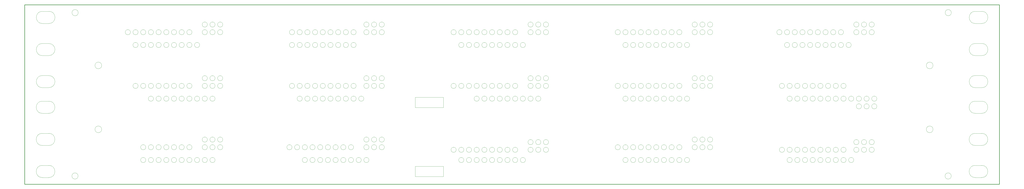
<source format=gbr>
%TF.GenerationSoftware,KiCad,Pcbnew,(6.0.11)*%
%TF.CreationDate,2023-07-11T13:36:56+02:00*%
%TF.ProjectId,T-DISPLAY-S3,542d4449-5350-44c4-9159-2d53332e6b69,1*%
%TF.SameCoordinates,Original*%
%TF.FileFunction,Profile,NP*%
%FSLAX46Y46*%
G04 Gerber Fmt 4.6, Leading zero omitted, Abs format (unit mm)*
G04 Created by KiCad (PCBNEW (6.0.11)) date 2023-07-11 13:36:56*
%MOMM*%
%LPD*%
G01*
G04 APERTURE LIST*
%TA.AperFunction,Profile*%
%ADD10C,0.100000*%
%TD*%
%TA.AperFunction,Profile*%
%ADD11C,0.250000*%
%TD*%
G04 APERTURE END LIST*
D10*
X520573000Y-251460000D02*
G75*
G03*
X520573000Y-251460000I-1655877J0D01*
G01*
X520573000Y-219710000D02*
G75*
G03*
X520573000Y-219710000I-1655877J0D01*
G01*
X108966000Y-219710000D02*
G75*
G03*
X108966000Y-219710000I-1655877J0D01*
G01*
X108970877Y-251460000D02*
G75*
G03*
X108970877Y-251460000I-1655877J0D01*
G01*
X264160000Y-269875000D02*
X278130000Y-269875000D01*
X278130000Y-269875000D02*
X278130000Y-274955000D01*
X278130000Y-274955000D02*
X264160000Y-274955000D01*
X264160000Y-274955000D02*
X264160000Y-269875000D01*
X264160000Y-235585000D02*
X278130000Y-235585000D01*
X278130000Y-235585000D02*
X278130000Y-240665000D01*
X278130000Y-240665000D02*
X264160000Y-240665000D01*
X264160000Y-240665000D02*
X264160000Y-235585000D01*
X284480000Y-261620000D02*
G75*
G03*
X284480000Y-261620000I-1270000J0D01*
G01*
X79543508Y-224746407D02*
G75*
G03*
X79615861Y-230745525I72342J-2999123D01*
G01*
X248920000Y-199390000D02*
G75*
G03*
X248920000Y-199390000I-1270000J0D01*
G01*
X457200000Y-203200000D02*
G75*
G03*
X457200000Y-203200000I-1270000J0D01*
G01*
X79543508Y-208820607D02*
G75*
G03*
X79615861Y-214819725I72342J-2999123D01*
G01*
X292100000Y-261620000D02*
G75*
G03*
X292100000Y-261620000I-1270000J0D01*
G01*
D11*
X553428312Y-189538000D02*
X553428312Y-234138000D01*
D10*
X138430000Y-209550000D02*
G75*
G03*
X138430000Y-209550000I-1270000J0D01*
G01*
X476250000Y-203200000D02*
G75*
G03*
X476250000Y-203200000I-1270000J0D01*
G01*
X295910000Y-203200000D02*
G75*
G03*
X295910000Y-203200000I-1270000J0D01*
G01*
X161290000Y-236220000D02*
G75*
G03*
X161290000Y-236220000I-1270000J0D01*
G01*
X229870000Y-266700000D02*
G75*
G03*
X229870000Y-266700000I-1270000J0D01*
G01*
X215900000Y-203200000D02*
G75*
G03*
X215900000Y-203200000I-1270000J0D01*
G01*
X377190000Y-236220000D02*
G75*
G03*
X377190000Y-236220000I-1270000J0D01*
G01*
X403860000Y-229870000D02*
G75*
G03*
X403860000Y-229870000I-1270000J0D01*
G01*
X207010000Y-260350000D02*
G75*
G03*
X207010000Y-260350000I-1270000J0D01*
G01*
X229870000Y-260350000D02*
G75*
G03*
X229870000Y-260350000I-1270000J0D01*
G01*
X458470000Y-266700000D02*
G75*
G03*
X458470000Y-266700000I-1270000J0D01*
G01*
X411480000Y-226060000D02*
G75*
G03*
X411480000Y-226060000I-1270000J0D01*
G01*
X245110000Y-229870000D02*
G75*
G03*
X245110000Y-229870000I-1270000J0D01*
G01*
X210820000Y-266700000D02*
G75*
G03*
X210820000Y-266700000I-1270000J0D01*
G01*
X299720000Y-203200000D02*
G75*
G03*
X299720000Y-203200000I-1270000J0D01*
G01*
X288290000Y-261620000D02*
G75*
G03*
X288290000Y-261620000I-1270000J0D01*
G01*
X248920000Y-203200000D02*
G75*
G03*
X248920000Y-203200000I-1270000J0D01*
G01*
X223520000Y-209550000D02*
G75*
G03*
X223520000Y-209550000I-1270000J0D01*
G01*
X311150000Y-203200000D02*
G75*
G03*
X311150000Y-203200000I-1270000J0D01*
G01*
X157480000Y-236220000D02*
G75*
G03*
X157480000Y-236220000I-1270000J0D01*
G01*
X226060000Y-260350000D02*
G75*
G03*
X226060000Y-260350000I-1270000J0D01*
G01*
X381000000Y-236220000D02*
G75*
G03*
X381000000Y-236220000I-1270000J0D01*
G01*
X466090000Y-261620000D02*
G75*
G03*
X466090000Y-261620000I-1270000J0D01*
G01*
X485140000Y-240030000D02*
G75*
G03*
X485140000Y-240030000I-1270000J0D01*
G01*
X212090000Y-203200000D02*
G75*
G03*
X212090000Y-203200000I-1270000J0D01*
G01*
X472440000Y-209550000D02*
G75*
G03*
X472440000Y-209550000I-1270000J0D01*
G01*
X288290000Y-266700000D02*
G75*
G03*
X288290000Y-266700000I-1270000J0D01*
G01*
X142240000Y-209550000D02*
G75*
G03*
X142240000Y-209550000I-1270000J0D01*
G01*
X245110000Y-203200000D02*
G75*
G03*
X245110000Y-203200000I-1270000J0D01*
G01*
X82851549Y-192851444D02*
X79543508Y-192852317D01*
X473710000Y-236220000D02*
G75*
G03*
X473710000Y-236220000I-1270000J0D01*
G01*
X369570000Y-229870000D02*
G75*
G03*
X369570000Y-229870000I-1270000J0D01*
G01*
X492760000Y-236220000D02*
G75*
G03*
X492760000Y-236220000I-1270000J0D01*
G01*
X292100000Y-266700000D02*
G75*
G03*
X292100000Y-266700000I-1270000J0D01*
G01*
X227330000Y-209550000D02*
G75*
G03*
X227330000Y-209550000I-1270000J0D01*
G01*
X288290000Y-203200000D02*
G75*
G03*
X288290000Y-203200000I-1270000J0D01*
G01*
X146050000Y-203200000D02*
G75*
G03*
X146050000Y-203200000I-1270000J0D01*
G01*
X226060000Y-266700000D02*
G75*
G03*
X226060000Y-266700000I-1270000J0D01*
G01*
X330200000Y-226060000D02*
G75*
G03*
X330200000Y-226060000I-1270000J0D01*
G01*
X326390000Y-226060000D02*
G75*
G03*
X326390000Y-226060000I-1270000J0D01*
G01*
X453390000Y-209550000D02*
G75*
G03*
X453390000Y-209550000I-1270000J0D01*
G01*
X326390000Y-257810000D02*
G75*
G03*
X326390000Y-257810000I-1270000J0D01*
G01*
X483870000Y-199390000D02*
G75*
G03*
X483870000Y-199390000I-1270000J0D01*
G01*
X314960000Y-229870000D02*
G75*
G03*
X314960000Y-229870000I-1270000J0D01*
G01*
X208280000Y-203200000D02*
G75*
G03*
X208280000Y-203200000I-1270000J0D01*
G01*
X314960000Y-203200000D02*
G75*
G03*
X314960000Y-203200000I-1270000J0D01*
G01*
X458470000Y-261620000D02*
G75*
G03*
X458470000Y-261620000I-1270000J0D01*
G01*
X326390000Y-261620000D02*
G75*
G03*
X326390000Y-261620000I-1270000J0D01*
G01*
X469900000Y-236220000D02*
G75*
G03*
X469900000Y-236220000I-1270000J0D01*
G01*
X488950000Y-236220000D02*
G75*
G03*
X488950000Y-236220000I-1270000J0D01*
G01*
X529634068Y-193496450D02*
G75*
G03*
X529634068Y-193496450I-1520519J0D01*
G01*
X82804000Y-237492719D02*
X79495959Y-237493592D01*
X218440000Y-260350000D02*
G75*
G03*
X218440000Y-260350000I-1270000J0D01*
G01*
X161290000Y-266700000D02*
G75*
G03*
X161290000Y-266700000I-1270000J0D01*
G01*
X388620000Y-266700000D02*
G75*
G03*
X388620000Y-266700000I-1270000J0D01*
G01*
X388620000Y-260350000D02*
G75*
G03*
X388620000Y-260350000I-1270000J0D01*
G01*
X311150000Y-229870000D02*
G75*
G03*
X311150000Y-229870000I-1270000J0D01*
G01*
X458470000Y-229870000D02*
G75*
G03*
X458470000Y-229870000I-1270000J0D01*
G01*
X79543508Y-192852309D02*
G75*
G03*
X79615861Y-198851444I72352J-2999131D01*
G01*
X403860000Y-260350000D02*
G75*
G03*
X403860000Y-260350000I-1270000J0D01*
G01*
X299720000Y-266700000D02*
G75*
G03*
X299720000Y-266700000I-1270000J0D01*
G01*
X473710000Y-229870000D02*
G75*
G03*
X473710000Y-229870000I-1270000J0D01*
G01*
X477520000Y-229870000D02*
G75*
G03*
X477520000Y-229870000I-1270000J0D01*
G01*
X222250000Y-266700000D02*
G75*
G03*
X222250000Y-266700000I-1270000J0D01*
G01*
X288290000Y-209550000D02*
G75*
G03*
X288290000Y-209550000I-1270000J0D01*
G01*
X381000000Y-229870000D02*
G75*
G03*
X381000000Y-229870000I-1270000J0D01*
G01*
X544677600Y-275386800D02*
G75*
G03*
X544677600Y-269386800I0J3000000D01*
G01*
X149860000Y-260350000D02*
G75*
G03*
X149860000Y-260350000I-1270000J0D01*
G01*
X473710000Y-266700000D02*
G75*
G03*
X473710000Y-266700000I-1270000J0D01*
G01*
X458470000Y-236220000D02*
G75*
G03*
X458470000Y-236220000I-1270000J0D01*
G01*
X130810000Y-266700000D02*
G75*
G03*
X130810000Y-266700000I-1270000J0D01*
G01*
X134620000Y-209550000D02*
G75*
G03*
X134620000Y-209550000I-1270000J0D01*
G01*
X153670000Y-266700000D02*
G75*
G03*
X153670000Y-266700000I-1270000J0D01*
G01*
X384810000Y-266700000D02*
G75*
G03*
X384810000Y-266700000I-1270000J0D01*
G01*
X165100000Y-199390000D02*
G75*
G03*
X165100000Y-199390000I-1270000J0D01*
G01*
X461010000Y-209550000D02*
G75*
G03*
X461010000Y-209550000I-1270000J0D01*
G01*
X541369559Y-269387672D02*
G75*
G03*
X541441912Y-275386800I72341J-2999128D01*
G01*
X215900000Y-209550000D02*
G75*
G03*
X215900000Y-209550000I-1270000J0D01*
G01*
X292100000Y-203200000D02*
G75*
G03*
X292100000Y-203200000I-1270000J0D01*
G01*
X449580000Y-209550000D02*
G75*
G03*
X449580000Y-209550000I-1270000J0D01*
G01*
X241300000Y-229870000D02*
G75*
G03*
X241300000Y-229870000I-1270000J0D01*
G01*
X295910000Y-229870000D02*
G75*
G03*
X295910000Y-229870000I-1270000J0D01*
G01*
X476250000Y-209550000D02*
G75*
G03*
X476250000Y-209550000I-1270000J0D01*
G01*
X248920000Y-226060000D02*
G75*
G03*
X248920000Y-226060000I-1270000J0D01*
G01*
X288290000Y-229870000D02*
G75*
G03*
X288290000Y-229870000I-1270000J0D01*
G01*
X373380000Y-266700000D02*
G75*
G03*
X373380000Y-266700000I-1270000J0D01*
G01*
X314960000Y-261620000D02*
G75*
G03*
X314960000Y-261620000I-1270000J0D01*
G01*
X208280000Y-236220000D02*
G75*
G03*
X208280000Y-236220000I-1270000J0D01*
G01*
X541489461Y-230745525D02*
X544725149Y-230745525D01*
X161290000Y-260350000D02*
G75*
G03*
X161290000Y-260350000I-1270000J0D01*
G01*
X381000000Y-209550000D02*
G75*
G03*
X381000000Y-209550000I-1270000J0D01*
G01*
X219710000Y-229870000D02*
G75*
G03*
X219710000Y-229870000I-1270000J0D01*
G01*
X483870000Y-203200000D02*
G75*
G03*
X483870000Y-203200000I-1270000J0D01*
G01*
X307340000Y-236220000D02*
G75*
G03*
X307340000Y-236220000I-1270000J0D01*
G01*
X130810000Y-260350000D02*
G75*
G03*
X130810000Y-260350000I-1270000J0D01*
G01*
X79615861Y-214819725D02*
X82851549Y-214819725D01*
X400050000Y-209550000D02*
G75*
G03*
X400050000Y-209550000I-1270000J0D01*
G01*
X82804000Y-253461000D02*
X79495959Y-253461873D01*
X541441912Y-243492719D02*
X544677600Y-243492719D01*
X311150000Y-236220000D02*
G75*
G03*
X311150000Y-236220000I-1270000J0D01*
G01*
X237490000Y-266700000D02*
G75*
G03*
X237490000Y-266700000I-1270000J0D01*
G01*
X468630000Y-203200000D02*
G75*
G03*
X468630000Y-203200000I-1270000J0D01*
G01*
X377190000Y-229870000D02*
G75*
G03*
X377190000Y-229870000I-1270000J0D01*
G01*
X369570000Y-209550000D02*
G75*
G03*
X369570000Y-209550000I-1270000J0D01*
G01*
X130810000Y-209550000D02*
G75*
G03*
X130810000Y-209550000I-1270000J0D01*
G01*
X149860000Y-203200000D02*
G75*
G03*
X149860000Y-203200000I-1270000J0D01*
G01*
X384810000Y-260350000D02*
G75*
G03*
X384810000Y-260350000I-1270000J0D01*
G01*
X322580000Y-236220000D02*
G75*
G03*
X322580000Y-236220000I-1270000J0D01*
G01*
X464820000Y-203200000D02*
G75*
G03*
X464820000Y-203200000I-1270000J0D01*
G01*
X392430000Y-260350000D02*
G75*
G03*
X392430000Y-260350000I-1270000J0D01*
G01*
X307340000Y-203200000D02*
G75*
G03*
X307340000Y-203200000I-1270000J0D01*
G01*
X466090000Y-266700000D02*
G75*
G03*
X466090000Y-266700000I-1270000J0D01*
G01*
X322580000Y-261620000D02*
G75*
G03*
X322580000Y-261620000I-1270000J0D01*
G01*
X322580000Y-229870000D02*
G75*
G03*
X322580000Y-229870000I-1270000J0D01*
G01*
X153670000Y-203200000D02*
G75*
G03*
X153670000Y-203200000I-1270000J0D01*
G01*
X483870000Y-257810000D02*
G75*
G03*
X483870000Y-257810000I-1270000J0D01*
G01*
X130810000Y-203200000D02*
G75*
G03*
X130810000Y-203200000I-1270000J0D01*
G01*
X130810000Y-229870000D02*
G75*
G03*
X130810000Y-229870000I-1270000J0D01*
G01*
X165100000Y-203200000D02*
G75*
G03*
X165100000Y-203200000I-1270000J0D01*
G01*
X204470000Y-209550000D02*
G75*
G03*
X204470000Y-209550000I-1270000J0D01*
G01*
X407670000Y-203200000D02*
G75*
G03*
X407670000Y-203200000I-1270000J0D01*
G01*
D11*
X70828312Y-278738000D02*
X70828312Y-234138000D01*
D10*
X212090000Y-229870000D02*
G75*
G03*
X212090000Y-229870000I-1270000J0D01*
G01*
X388620000Y-229870000D02*
G75*
G03*
X388620000Y-229870000I-1270000J0D01*
G01*
X541489461Y-198851444D02*
X544725149Y-198851444D01*
X303530000Y-236220000D02*
G75*
G03*
X303530000Y-236220000I-1270000J0D01*
G01*
X491490000Y-261620000D02*
G75*
G03*
X491490000Y-261620000I-1270000J0D01*
G01*
X303530000Y-261620000D02*
G75*
G03*
X303530000Y-261620000I-1270000J0D01*
G01*
X377190000Y-203200000D02*
G75*
G03*
X377190000Y-203200000I-1270000J0D01*
G01*
X473710000Y-261620000D02*
G75*
G03*
X473710000Y-261620000I-1270000J0D01*
G01*
X450850000Y-236220000D02*
G75*
G03*
X450850000Y-236220000I-1270000J0D01*
G01*
X392430000Y-266700000D02*
G75*
G03*
X392430000Y-266700000I-1270000J0D01*
G01*
X146050000Y-229870000D02*
G75*
G03*
X146050000Y-229870000I-1270000J0D01*
G01*
X544725149Y-224745525D02*
X541417108Y-224746398D01*
X142240000Y-236220000D02*
G75*
G03*
X142240000Y-236220000I-1270000J0D01*
G01*
X330200000Y-203200000D02*
G75*
G03*
X330200000Y-203200000I-1270000J0D01*
G01*
X488950000Y-240030000D02*
G75*
G03*
X488950000Y-240030000I-1270000J0D01*
G01*
X330200000Y-257810000D02*
G75*
G03*
X330200000Y-257810000I-1270000J0D01*
G01*
X314960000Y-236220000D02*
G75*
G03*
X314960000Y-236220000I-1270000J0D01*
G01*
X462280000Y-266700000D02*
G75*
G03*
X462280000Y-266700000I-1270000J0D01*
G01*
X373380000Y-203200000D02*
G75*
G03*
X373380000Y-203200000I-1270000J0D01*
G01*
X165100000Y-236220000D02*
G75*
G03*
X165100000Y-236220000I-1270000J0D01*
G01*
X462280000Y-261620000D02*
G75*
G03*
X462280000Y-261620000I-1270000J0D01*
G01*
X388620000Y-203200000D02*
G75*
G03*
X388620000Y-203200000I-1270000J0D01*
G01*
X381000000Y-266700000D02*
G75*
G03*
X381000000Y-266700000I-1270000J0D01*
G01*
X449580000Y-203200000D02*
G75*
G03*
X449580000Y-203200000I-1270000J0D01*
G01*
X161290000Y-229870000D02*
G75*
G03*
X161290000Y-229870000I-1270000J0D01*
G01*
X142240000Y-260350000D02*
G75*
G03*
X142240000Y-260350000I-1270000J0D01*
G01*
X541369558Y-237493553D02*
G75*
G03*
X541441912Y-243492719I72342J-2999147D01*
G01*
X222250000Y-260350000D02*
G75*
G03*
X222250000Y-260350000I-1270000J0D01*
G01*
X396240000Y-229870000D02*
G75*
G03*
X396240000Y-229870000I-1270000J0D01*
G01*
X234950000Y-209550000D02*
G75*
G03*
X234950000Y-209550000I-1270000J0D01*
G01*
X468630000Y-209550000D02*
G75*
G03*
X468630000Y-209550000I-1270000J0D01*
G01*
X215900000Y-236220000D02*
G75*
G03*
X215900000Y-236220000I-1270000J0D01*
G01*
X453390000Y-203200000D02*
G75*
G03*
X453390000Y-203200000I-1270000J0D01*
G01*
X82804000Y-259461000D02*
G75*
G03*
X82804000Y-253461000I0J3000000D01*
G01*
X322580000Y-226060000D02*
G75*
G03*
X322580000Y-226060000I-1270000J0D01*
G01*
X146050000Y-209550000D02*
G75*
G03*
X146050000Y-209550000I-1270000J0D01*
G01*
X245110000Y-199390000D02*
G75*
G03*
X245110000Y-199390000I-1270000J0D01*
G01*
X165100000Y-266700000D02*
G75*
G03*
X165100000Y-266700000I-1270000J0D01*
G01*
X487680000Y-199390000D02*
G75*
G03*
X487680000Y-199390000I-1270000J0D01*
G01*
X311150000Y-209550000D02*
G75*
G03*
X311150000Y-209550000I-1270000J0D01*
G01*
X544677600Y-269386800D02*
X541369559Y-269387673D01*
X318770000Y-266700000D02*
G75*
G03*
X318770000Y-266700000I-1270000J0D01*
G01*
X544725149Y-230745475D02*
G75*
G03*
X544725149Y-224745525I-49J2999975D01*
G01*
X469900000Y-266700000D02*
G75*
G03*
X469900000Y-266700000I-1270000J0D01*
G01*
X295910000Y-266700000D02*
G75*
G03*
X295910000Y-266700000I-1270000J0D01*
G01*
X233680000Y-266700000D02*
G75*
G03*
X233680000Y-266700000I-1270000J0D01*
G01*
X204470000Y-203200000D02*
G75*
G03*
X204470000Y-203200000I-1270000J0D01*
G01*
X245110000Y-226060000D02*
G75*
G03*
X245110000Y-226060000I-1270000J0D01*
G01*
X491490000Y-257810000D02*
G75*
G03*
X491490000Y-257810000I-1270000J0D01*
G01*
X299720000Y-209550000D02*
G75*
G03*
X299720000Y-209550000I-1270000J0D01*
G01*
X447040000Y-229870000D02*
G75*
G03*
X447040000Y-229870000I-1270000J0D01*
G01*
X208280000Y-229870000D02*
G75*
G03*
X208280000Y-229870000I-1270000J0D01*
G01*
X392430000Y-203200000D02*
G75*
G03*
X392430000Y-203200000I-1270000J0D01*
G01*
X153670000Y-260350000D02*
G75*
G03*
X153670000Y-260350000I-1270000J0D01*
G01*
X403860000Y-203200000D02*
G75*
G03*
X403860000Y-203200000I-1270000J0D01*
G01*
X149860000Y-229870000D02*
G75*
G03*
X149860000Y-229870000I-1270000J0D01*
G01*
X223520000Y-229870000D02*
G75*
G03*
X223520000Y-229870000I-1270000J0D01*
G01*
X97285252Y-274638275D02*
G75*
G03*
X97285252Y-274638275I-1527252J0D01*
G01*
X541369559Y-253461872D02*
G75*
G03*
X541441912Y-259461000I72341J-2999128D01*
G01*
X464820000Y-209550000D02*
G75*
G03*
X464820000Y-209550000I-1270000J0D01*
G01*
X79568312Y-275386800D02*
X82804000Y-275386800D01*
X212090000Y-236220000D02*
G75*
G03*
X212090000Y-236220000I-1270000J0D01*
G01*
X157480000Y-209550000D02*
G75*
G03*
X157480000Y-209550000I-1270000J0D01*
G01*
X307340000Y-261620000D02*
G75*
G03*
X307340000Y-261620000I-1270000J0D01*
G01*
X299720000Y-236220000D02*
G75*
G03*
X299720000Y-236220000I-1270000J0D01*
G01*
X79495959Y-253461872D02*
G75*
G03*
X79568312Y-259461000I72341J-2999128D01*
G01*
X161290000Y-203200000D02*
G75*
G03*
X161290000Y-203200000I-1270000J0D01*
G01*
X134620000Y-266700000D02*
G75*
G03*
X134620000Y-266700000I-1270000J0D01*
G01*
X326390000Y-229870000D02*
G75*
G03*
X326390000Y-229870000I-1270000J0D01*
G01*
X168910000Y-203200000D02*
G75*
G03*
X168910000Y-203200000I-1270000J0D01*
G01*
X450850000Y-229870000D02*
G75*
G03*
X450850000Y-229870000I-1270000J0D01*
G01*
X303530000Y-203200000D02*
G75*
G03*
X303530000Y-203200000I-1270000J0D01*
G01*
X396240000Y-266700000D02*
G75*
G03*
X396240000Y-266700000I-1270000J0D01*
G01*
X330200000Y-229870000D02*
G75*
G03*
X330200000Y-229870000I-1270000J0D01*
G01*
X447040000Y-261620000D02*
G75*
G03*
X447040000Y-261620000I-1270000J0D01*
G01*
X82851549Y-224745525D02*
X79543508Y-224746398D01*
X79495959Y-269387672D02*
G75*
G03*
X79568312Y-275386800I72341J-2999128D01*
G01*
X245110000Y-256540000D02*
G75*
G03*
X245110000Y-256540000I-1270000J0D01*
G01*
X82851549Y-214819735D02*
G75*
G03*
X82851549Y-208819725I1J3000005D01*
G01*
X233680000Y-260350000D02*
G75*
G03*
X233680000Y-260350000I-1270000J0D01*
G01*
X487680000Y-261620000D02*
G75*
G03*
X487680000Y-261620000I-1270000J0D01*
G01*
X457200000Y-209550000D02*
G75*
G03*
X457200000Y-209550000I-1270000J0D01*
G01*
X466090000Y-229870000D02*
G75*
G03*
X466090000Y-229870000I-1270000J0D01*
G01*
X79568312Y-259461000D02*
X82804000Y-259461000D01*
X322580000Y-257810000D02*
G75*
G03*
X322580000Y-257810000I-1270000J0D01*
G01*
X245110000Y-260350000D02*
G75*
G03*
X245110000Y-260350000I-1270000J0D01*
G01*
X377190000Y-260350000D02*
G75*
G03*
X377190000Y-260350000I-1270000J0D01*
G01*
X79615861Y-198851444D02*
X82851549Y-198851444D01*
X491490000Y-199390000D02*
G75*
G03*
X491490000Y-199390000I-1270000J0D01*
G01*
X208280000Y-209550000D02*
G75*
G03*
X208280000Y-209550000I-1270000J0D01*
G01*
X165100000Y-260350000D02*
G75*
G03*
X165100000Y-260350000I-1270000J0D01*
G01*
X149860000Y-266700000D02*
G75*
G03*
X149860000Y-266700000I-1270000J0D01*
G01*
X311150000Y-261620000D02*
G75*
G03*
X311150000Y-261620000I-1270000J0D01*
G01*
D11*
X553428312Y-278738000D02*
X70828312Y-278738000D01*
D10*
X214630000Y-260350000D02*
G75*
G03*
X214630000Y-260350000I-1270000J0D01*
G01*
X238760000Y-236220000D02*
G75*
G03*
X238760000Y-236220000I-1270000J0D01*
G01*
X407670000Y-260350000D02*
G75*
G03*
X407670000Y-260350000I-1270000J0D01*
G01*
X369570000Y-260350000D02*
G75*
G03*
X369570000Y-260350000I-1270000J0D01*
G01*
X480060000Y-209550000D02*
G75*
G03*
X480060000Y-209550000I-1270000J0D01*
G01*
X384810000Y-229870000D02*
G75*
G03*
X384810000Y-229870000I-1270000J0D01*
G01*
D11*
X70828312Y-234138000D02*
X70828312Y-189538000D01*
D10*
X330200000Y-199390000D02*
G75*
G03*
X330200000Y-199390000I-1270000J0D01*
G01*
X407670000Y-199390000D02*
G75*
G03*
X407670000Y-199390000I-1270000J0D01*
G01*
X218440000Y-266700000D02*
G75*
G03*
X218440000Y-266700000I-1270000J0D01*
G01*
X127000000Y-203200000D02*
G75*
G03*
X127000000Y-203200000I-1270000J0D01*
G01*
X82851549Y-208819725D02*
X79543508Y-208820598D01*
X127000000Y-229870000D02*
G75*
G03*
X127000000Y-229870000I-1270000J0D01*
G01*
X411480000Y-256540000D02*
G75*
G03*
X411480000Y-256540000I-1270000J0D01*
G01*
X168910000Y-229870000D02*
G75*
G03*
X168910000Y-229870000I-1270000J0D01*
G01*
X326390000Y-203200000D02*
G75*
G03*
X326390000Y-203200000I-1270000J0D01*
G01*
X303530000Y-229870000D02*
G75*
G03*
X303530000Y-229870000I-1270000J0D01*
G01*
X214630000Y-266700000D02*
G75*
G03*
X214630000Y-266700000I-1270000J0D01*
G01*
X161290000Y-226060000D02*
G75*
G03*
X161290000Y-226060000I-1270000J0D01*
G01*
X403860000Y-226060000D02*
G75*
G03*
X403860000Y-226060000I-1270000J0D01*
G01*
X284480000Y-229870000D02*
G75*
G03*
X284480000Y-229870000I-1270000J0D01*
G01*
X322580000Y-203200000D02*
G75*
G03*
X322580000Y-203200000I-1270000J0D01*
G01*
X241300000Y-199390000D02*
G75*
G03*
X241300000Y-199390000I-1270000J0D01*
G01*
X369570000Y-236220000D02*
G75*
G03*
X369570000Y-236220000I-1270000J0D01*
G01*
X295910000Y-261620000D02*
G75*
G03*
X295910000Y-261620000I-1270000J0D01*
G01*
X461010000Y-203200000D02*
G75*
G03*
X461010000Y-203200000I-1270000J0D01*
G01*
X318770000Y-209550000D02*
G75*
G03*
X318770000Y-209550000I-1270000J0D01*
G01*
X142240000Y-203200000D02*
G75*
G03*
X142240000Y-203200000I-1270000J0D01*
G01*
X241300000Y-256540000D02*
G75*
G03*
X241300000Y-256540000I-1270000J0D01*
G01*
X146050000Y-236220000D02*
G75*
G03*
X146050000Y-236220000I-1270000J0D01*
G01*
X381000000Y-203200000D02*
G75*
G03*
X381000000Y-203200000I-1270000J0D01*
G01*
X450850000Y-266700000D02*
G75*
G03*
X450850000Y-266700000I-1270000J0D01*
G01*
X284480000Y-203200000D02*
G75*
G03*
X284480000Y-203200000I-1270000J0D01*
G01*
X541441912Y-259461000D02*
X544677600Y-259461000D01*
X411480000Y-203200000D02*
G75*
G03*
X411480000Y-203200000I-1270000J0D01*
G01*
X311150000Y-266700000D02*
G75*
G03*
X311150000Y-266700000I-1270000J0D01*
G01*
X165100000Y-229870000D02*
G75*
G03*
X165100000Y-229870000I-1270000J0D01*
G01*
D11*
X553428312Y-234138000D02*
X553428312Y-278738000D01*
D10*
X541417107Y-224746346D02*
G75*
G03*
X541489461Y-230745525I72293J-2999154D01*
G01*
X153670000Y-209550000D02*
G75*
G03*
X153670000Y-209550000I-1270000J0D01*
G01*
X227330000Y-203200000D02*
G75*
G03*
X227330000Y-203200000I-1270000J0D01*
G01*
X149860000Y-236220000D02*
G75*
G03*
X149860000Y-236220000I-1270000J0D01*
G01*
X403860000Y-199390000D02*
G75*
G03*
X403860000Y-199390000I-1270000J0D01*
G01*
X161290000Y-256540000D02*
G75*
G03*
X161290000Y-256540000I-1270000J0D01*
G01*
X231140000Y-229870000D02*
G75*
G03*
X231140000Y-229870000I-1270000J0D01*
G01*
X491490000Y-203200000D02*
G75*
G03*
X491490000Y-203200000I-1270000J0D01*
G01*
X307340000Y-266700000D02*
G75*
G03*
X307340000Y-266700000I-1270000J0D01*
G01*
X153670000Y-236220000D02*
G75*
G03*
X153670000Y-236220000I-1270000J0D01*
G01*
X138430000Y-203200000D02*
G75*
G03*
X138430000Y-203200000I-1270000J0D01*
G01*
X365760000Y-229870000D02*
G75*
G03*
X365760000Y-229870000I-1270000J0D01*
G01*
X161290000Y-199390000D02*
G75*
G03*
X161290000Y-199390000I-1270000J0D01*
G01*
X168910000Y-226060000D02*
G75*
G03*
X168910000Y-226060000I-1270000J0D01*
G01*
X203200000Y-260350000D02*
G75*
G03*
X203200000Y-260350000I-1270000J0D01*
G01*
X299720000Y-229870000D02*
G75*
G03*
X299720000Y-229870000I-1270000J0D01*
G01*
X392430000Y-209550000D02*
G75*
G03*
X392430000Y-209550000I-1270000J0D01*
G01*
X483870000Y-261620000D02*
G75*
G03*
X483870000Y-261620000I-1270000J0D01*
G01*
X481330000Y-266700000D02*
G75*
G03*
X481330000Y-266700000I-1270000J0D01*
G01*
X384810000Y-236220000D02*
G75*
G03*
X384810000Y-236220000I-1270000J0D01*
G01*
X138430000Y-260350000D02*
G75*
G03*
X138430000Y-260350000I-1270000J0D01*
G01*
X314960000Y-209550000D02*
G75*
G03*
X314960000Y-209550000I-1270000J0D01*
G01*
X472440000Y-203200000D02*
G75*
G03*
X472440000Y-203200000I-1270000J0D01*
G01*
X388620000Y-209550000D02*
G75*
G03*
X388620000Y-209550000I-1270000J0D01*
G01*
X149860000Y-209550000D02*
G75*
G03*
X149860000Y-209550000I-1270000J0D01*
G01*
X219710000Y-209550000D02*
G75*
G03*
X219710000Y-209550000I-1270000J0D01*
G01*
X146050000Y-266700000D02*
G75*
G03*
X146050000Y-266700000I-1270000J0D01*
G01*
X303530000Y-209550000D02*
G75*
G03*
X303530000Y-209550000I-1270000J0D01*
G01*
X138430000Y-236220000D02*
G75*
G03*
X138430000Y-236220000I-1270000J0D01*
G01*
X295910000Y-209550000D02*
G75*
G03*
X295910000Y-209550000I-1270000J0D01*
G01*
X369570000Y-266700000D02*
G75*
G03*
X369570000Y-266700000I-1270000J0D01*
G01*
X487680000Y-257810000D02*
G75*
G03*
X487680000Y-257810000I-1270000J0D01*
G01*
X307340000Y-209550000D02*
G75*
G03*
X307340000Y-209550000I-1270000J0D01*
G01*
X377190000Y-266700000D02*
G75*
G03*
X377190000Y-266700000I-1270000J0D01*
G01*
X481330000Y-236220000D02*
G75*
G03*
X481330000Y-236220000I-1270000J0D01*
G01*
X544725149Y-208819725D02*
X541417108Y-208820598D01*
X384810000Y-203200000D02*
G75*
G03*
X384810000Y-203200000I-1270000J0D01*
G01*
X79495959Y-237493594D02*
G75*
G03*
X79568312Y-243492719I72351J-2999126D01*
G01*
X134620000Y-260350000D02*
G75*
G03*
X134620000Y-260350000I-1270000J0D01*
G01*
X454660000Y-261620000D02*
G75*
G03*
X454660000Y-261620000I-1270000J0D01*
G01*
X82804000Y-269386800D02*
X79495959Y-269387673D01*
X223520000Y-236220000D02*
G75*
G03*
X223520000Y-236220000I-1270000J0D01*
G01*
X541417106Y-192852227D02*
G75*
G03*
X541489461Y-198851444I72294J-2999173D01*
G01*
X168910000Y-260350000D02*
G75*
G03*
X168910000Y-260350000I-1270000J0D01*
G01*
X168910000Y-256540000D02*
G75*
G03*
X168910000Y-256540000I-1270000J0D01*
G01*
X322580000Y-199390000D02*
G75*
G03*
X322580000Y-199390000I-1270000J0D01*
G01*
X231140000Y-203200000D02*
G75*
G03*
X231140000Y-203200000I-1270000J0D01*
G01*
X231140000Y-209550000D02*
G75*
G03*
X231140000Y-209550000I-1270000J0D01*
G01*
X407670000Y-229870000D02*
G75*
G03*
X407670000Y-229870000I-1270000J0D01*
G01*
X204470000Y-229870000D02*
G75*
G03*
X204470000Y-229870000I-1270000J0D01*
G01*
X234950000Y-203200000D02*
G75*
G03*
X234950000Y-203200000I-1270000J0D01*
G01*
X411480000Y-229870000D02*
G75*
G03*
X411480000Y-229870000I-1270000J0D01*
G01*
X97350288Y-193496450D02*
G75*
G03*
X97350288Y-193496450I-1544739J0D01*
G01*
X544677600Y-259461000D02*
G75*
G03*
X544677600Y-253461000I0J3000000D01*
G01*
X450850000Y-261620000D02*
G75*
G03*
X450850000Y-261620000I-1270000J0D01*
G01*
X541441912Y-275386800D02*
X544677600Y-275386800D01*
X462280000Y-229870000D02*
G75*
G03*
X462280000Y-229870000I-1270000J0D01*
G01*
X544677600Y-243492681D02*
G75*
G03*
X544677600Y-237492719I0J2999981D01*
G01*
X396240000Y-209550000D02*
G75*
G03*
X396240000Y-209550000I-1270000J0D01*
G01*
X165100000Y-226060000D02*
G75*
G03*
X165100000Y-226060000I-1270000J0D01*
G01*
X142240000Y-229870000D02*
G75*
G03*
X142240000Y-229870000I-1270000J0D01*
G01*
X292100000Y-229870000D02*
G75*
G03*
X292100000Y-229870000I-1270000J0D01*
G01*
X541417107Y-208820546D02*
G75*
G03*
X541489461Y-214819725I72293J-2999154D01*
G01*
X223520000Y-203200000D02*
G75*
G03*
X223520000Y-203200000I-1270000J0D01*
G01*
X212090000Y-209550000D02*
G75*
G03*
X212090000Y-209550000I-1270000J0D01*
G01*
X400050000Y-236220000D02*
G75*
G03*
X400050000Y-236220000I-1270000J0D01*
G01*
X373380000Y-236220000D02*
G75*
G03*
X373380000Y-236220000I-1270000J0D01*
G01*
X365760000Y-260350000D02*
G75*
G03*
X365760000Y-260350000I-1270000J0D01*
G01*
X381000000Y-260350000D02*
G75*
G03*
X381000000Y-260350000I-1270000J0D01*
G01*
X241300000Y-266700000D02*
G75*
G03*
X241300000Y-266700000I-1270000J0D01*
G01*
X292100000Y-209550000D02*
G75*
G03*
X292100000Y-209550000I-1270000J0D01*
G01*
X82804000Y-243492681D02*
G75*
G03*
X82804000Y-237492719I0J2999981D01*
G01*
X369570000Y-203200000D02*
G75*
G03*
X369570000Y-203200000I-1270000J0D01*
G01*
X477520000Y-266700000D02*
G75*
G03*
X477520000Y-266700000I-1270000J0D01*
G01*
X384810000Y-209550000D02*
G75*
G03*
X384810000Y-209550000I-1270000J0D01*
G01*
X544677600Y-237492719D02*
X541369559Y-237493592D01*
X466090000Y-236220000D02*
G75*
G03*
X466090000Y-236220000I-1270000J0D01*
G01*
X142240000Y-266700000D02*
G75*
G03*
X142240000Y-266700000I-1270000J0D01*
G01*
X248920000Y-260350000D02*
G75*
G03*
X248920000Y-260350000I-1270000J0D01*
G01*
X487680000Y-203200000D02*
G75*
G03*
X487680000Y-203200000I-1270000J0D01*
G01*
X330200000Y-261620000D02*
G75*
G03*
X330200000Y-261620000I-1270000J0D01*
G01*
X373380000Y-229870000D02*
G75*
G03*
X373380000Y-229870000I-1270000J0D01*
G01*
X400050000Y-266700000D02*
G75*
G03*
X400050000Y-266700000I-1270000J0D01*
G01*
X241300000Y-203200000D02*
G75*
G03*
X241300000Y-203200000I-1270000J0D01*
G01*
X234950000Y-229870000D02*
G75*
G03*
X234950000Y-229870000I-1270000J0D01*
G01*
X411480000Y-260350000D02*
G75*
G03*
X411480000Y-260350000I-1270000J0D01*
G01*
X295910000Y-236220000D02*
G75*
G03*
X295910000Y-236220000I-1270000J0D01*
G01*
X241300000Y-260350000D02*
G75*
G03*
X241300000Y-260350000I-1270000J0D01*
G01*
X314960000Y-266700000D02*
G75*
G03*
X314960000Y-266700000I-1270000J0D01*
G01*
X248920000Y-229870000D02*
G75*
G03*
X248920000Y-229870000I-1270000J0D01*
G01*
X544725149Y-214819675D02*
G75*
G03*
X544725149Y-208819725I-49J2999975D01*
G01*
X544677600Y-253461000D02*
X541369559Y-253461873D01*
X234950000Y-236220000D02*
G75*
G03*
X234950000Y-236220000I-1270000J0D01*
G01*
X146050000Y-260350000D02*
G75*
G03*
X146050000Y-260350000I-1270000J0D01*
G01*
X318770000Y-236220000D02*
G75*
G03*
X318770000Y-236220000I-1270000J0D01*
G01*
X227330000Y-236220000D02*
G75*
G03*
X227330000Y-236220000I-1270000J0D01*
G01*
X377190000Y-209550000D02*
G75*
G03*
X377190000Y-209550000I-1270000J0D01*
G01*
X529590001Y-274638275D02*
G75*
G03*
X529590001Y-274638275I-1533395J0D01*
G01*
X219710000Y-236220000D02*
G75*
G03*
X219710000Y-236220000I-1270000J0D01*
G01*
X219710000Y-203200000D02*
G75*
G03*
X219710000Y-203200000I-1270000J0D01*
G01*
X407670000Y-256540000D02*
G75*
G03*
X407670000Y-256540000I-1270000J0D01*
G01*
X326390000Y-199390000D02*
G75*
G03*
X326390000Y-199390000I-1270000J0D01*
G01*
X138430000Y-266700000D02*
G75*
G03*
X138430000Y-266700000I-1270000J0D01*
G01*
X231140000Y-236220000D02*
G75*
G03*
X231140000Y-236220000I-1270000J0D01*
G01*
X79568312Y-243492719D02*
X82804000Y-243492719D01*
X396240000Y-236220000D02*
G75*
G03*
X396240000Y-236220000I-1270000J0D01*
G01*
X373380000Y-260350000D02*
G75*
G03*
X373380000Y-260350000I-1270000J0D01*
G01*
X127000000Y-209550000D02*
G75*
G03*
X127000000Y-209550000I-1270000J0D01*
G01*
X544725149Y-192851444D02*
X541417108Y-192852317D01*
X454660000Y-236220000D02*
G75*
G03*
X454660000Y-236220000I-1270000J0D01*
G01*
X82804000Y-275386800D02*
G75*
G03*
X82804000Y-269386800I0J3000000D01*
G01*
X392430000Y-229870000D02*
G75*
G03*
X392430000Y-229870000I-1270000J0D01*
G01*
X157480000Y-266700000D02*
G75*
G03*
X157480000Y-266700000I-1270000J0D01*
G01*
X134620000Y-203200000D02*
G75*
G03*
X134620000Y-203200000I-1270000J0D01*
G01*
X544725149Y-198851356D02*
G75*
G03*
X544725149Y-192851444I-49J2999956D01*
G01*
X153670000Y-229870000D02*
G75*
G03*
X153670000Y-229870000I-1270000J0D01*
G01*
X210820000Y-260350000D02*
G75*
G03*
X210820000Y-260350000I-1270000J0D01*
G01*
X165100000Y-256540000D02*
G75*
G03*
X165100000Y-256540000I-1270000J0D01*
G01*
X373380000Y-209550000D02*
G75*
G03*
X373380000Y-209550000I-1270000J0D01*
G01*
X454660000Y-266700000D02*
G75*
G03*
X454660000Y-266700000I-1270000J0D01*
G01*
X388620000Y-236220000D02*
G75*
G03*
X388620000Y-236220000I-1270000J0D01*
G01*
X462280000Y-236220000D02*
G75*
G03*
X462280000Y-236220000I-1270000J0D01*
G01*
X299720000Y-261620000D02*
G75*
G03*
X299720000Y-261620000I-1270000J0D01*
G01*
X396240000Y-203200000D02*
G75*
G03*
X396240000Y-203200000I-1270000J0D01*
G01*
X407670000Y-226060000D02*
G75*
G03*
X407670000Y-226060000I-1270000J0D01*
G01*
X123190000Y-203200000D02*
G75*
G03*
X123190000Y-203200000I-1270000J0D01*
G01*
X138430000Y-229870000D02*
G75*
G03*
X138430000Y-229870000I-1270000J0D01*
G01*
X215900000Y-229870000D02*
G75*
G03*
X215900000Y-229870000I-1270000J0D01*
G01*
X303530000Y-266700000D02*
G75*
G03*
X303530000Y-266700000I-1270000J0D01*
G01*
X477520000Y-261620000D02*
G75*
G03*
X477520000Y-261620000I-1270000J0D01*
G01*
X492760000Y-240030000D02*
G75*
G03*
X492760000Y-240030000I-1270000J0D01*
G01*
X469900000Y-261620000D02*
G75*
G03*
X469900000Y-261620000I-1270000J0D01*
G01*
D11*
X70828312Y-189538000D02*
X553428312Y-189538000D01*
D10*
X469900000Y-229870000D02*
G75*
G03*
X469900000Y-229870000I-1270000J0D01*
G01*
X411480000Y-199390000D02*
G75*
G03*
X411480000Y-199390000I-1270000J0D01*
G01*
X477520000Y-236220000D02*
G75*
G03*
X477520000Y-236220000I-1270000J0D01*
G01*
X79615861Y-230745525D02*
X82851549Y-230745525D01*
X445770000Y-203200000D02*
G75*
G03*
X445770000Y-203200000I-1270000J0D01*
G01*
X365760000Y-203200000D02*
G75*
G03*
X365760000Y-203200000I-1270000J0D01*
G01*
X241300000Y-226060000D02*
G75*
G03*
X241300000Y-226060000I-1270000J0D01*
G01*
X82851549Y-198851436D02*
G75*
G03*
X82851549Y-192851444I-19J2999996D01*
G01*
X82851549Y-230745535D02*
G75*
G03*
X82851549Y-224745525I1J3000005D01*
G01*
X541489461Y-214819725D02*
X544725149Y-214819725D01*
X392430000Y-236220000D02*
G75*
G03*
X392430000Y-236220000I-1270000J0D01*
G01*
X134620000Y-229870000D02*
G75*
G03*
X134620000Y-229870000I-1270000J0D01*
G01*
X307340000Y-229870000D02*
G75*
G03*
X307340000Y-229870000I-1270000J0D01*
G01*
X326390000Y-236220000D02*
G75*
G03*
X326390000Y-236220000I-1270000J0D01*
G01*
X168910000Y-199390000D02*
G75*
G03*
X168910000Y-199390000I-1270000J0D01*
G01*
X134620000Y-236220000D02*
G75*
G03*
X134620000Y-236220000I-1270000J0D01*
G01*
X396240000Y-260350000D02*
G75*
G03*
X396240000Y-260350000I-1270000J0D01*
G01*
X454660000Y-229870000D02*
G75*
G03*
X454660000Y-229870000I-1270000J0D01*
G01*
X227330000Y-229870000D02*
G75*
G03*
X227330000Y-229870000I-1270000J0D01*
G01*
X485140000Y-236220000D02*
G75*
G03*
X485140000Y-236220000I-1270000J0D01*
G01*
X248920000Y-256540000D02*
G75*
G03*
X248920000Y-256540000I-1270000J0D01*
G01*
X403860000Y-256540000D02*
G75*
G03*
X403860000Y-256540000I-1270000J0D01*
G01*
M02*

</source>
